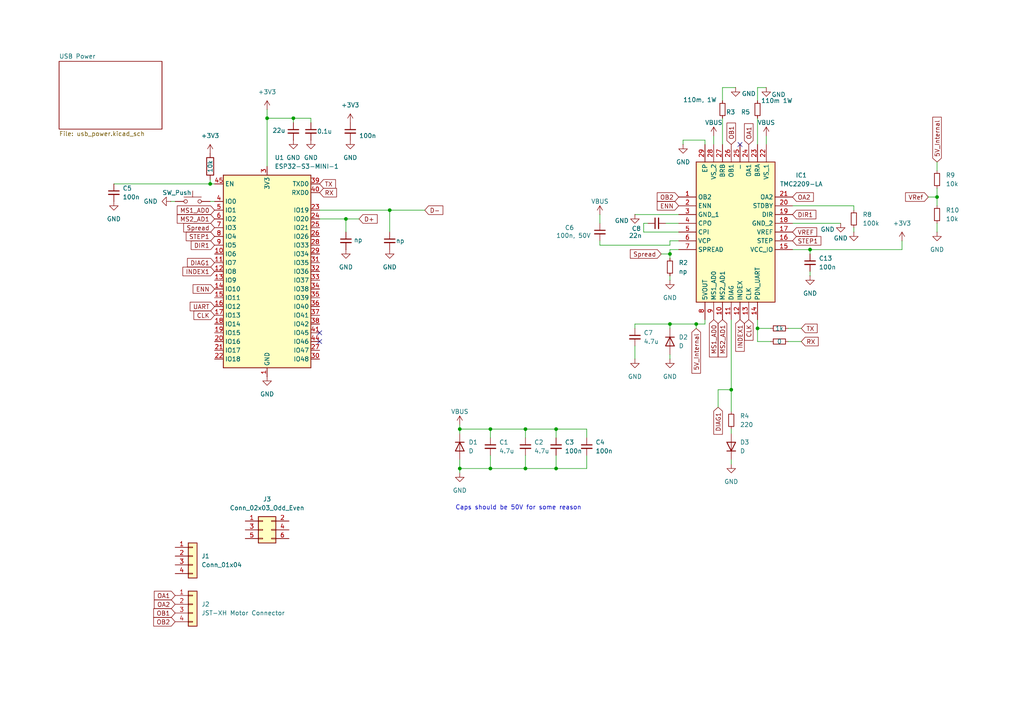
<source format=kicad_sch>
(kicad_sch (version 20231120) (generator "eeschema") (generator_version "8.0")
  (paper "A4")
  (lib_symbols
    (symbol "Connector_Generic:Conn_01x04" (pin_names (offset 1.016) hide)
      (property "Reference" "J" (at 0 5.08 0))
      (property "Value" "Conn_01x04" (at 0 -7.62 0))
      (symbol "Conn_01x04_1_1"
        (rectangle (start -1.27 -4.953) (end 0 -5.207) (stroke (width 0.1524)))
        (rectangle (start -1.27 -2.413) (end 0 -2.667) (stroke (width 0.1524)))
        (rectangle (start -1.27 0.127) (end 0 -0.127) (stroke (width 0.1524)))
        (rectangle (start -1.27 2.667) (end 0 2.413) (stroke (width 0.1524)))
        (rectangle (start -1.27 3.81) (end 1.27 -6.35) (stroke (width 0.254)) (fill (type background)))
        (pin passive line (at -5.08 2.54 0) (length 3.81) (name "Pin_1") (number "1"))
        (pin passive line (at -5.08 0 0) (length 3.81) (name "Pin_2") (number "2"))
        (pin passive line (at -5.08 -2.54 0) (length 3.81) (name "Pin_3") (number "3"))
        (pin passive line (at -5.08 -5.08 0) (length 3.81) (name "Pin_4") (number "4"))
      )
    )
    (symbol "Connector_Generic:Conn_02x03_Odd_Even" (pin_names (offset 1.016) hide)
      (property "Reference" "J" (at 1.27 5.08 0))
      (property "Value" "Conn_02x03_Odd_Even" (at 1.27 -5.08 0))
      (symbol "Conn_02x03_Odd_Even_1_1"
        (rectangle (start -1.27 -2.413) (end 0 -2.667) (stroke (width 0.1524)))
        (rectangle (start -1.27 0.127) (end 0 -0.127) (stroke (width 0.1524)))
        (rectangle (start -1.27 2.667) (end 0 2.413) (stroke (width 0.1524)))
        (rectangle (start -1.27 3.81) (end 3.81 -3.81) (stroke (width 0.254)) (fill (type background)))
        (rectangle (start 3.81 -2.413) (end 2.54 -2.667) (stroke (width 0.1524)))
        (rectangle (start 3.81 0.127) (end 2.54 -0.127) (stroke (width 0.1524)))
        (rectangle (start 3.81 2.667) (end 2.54 2.413) (stroke (width 0.1524)))
        (pin passive line (at -5.08 2.54 0) (length 3.81) (name "Pin_1") (number "1"))
        (pin passive line (at 7.62 2.54 180) (length 3.81) (name "Pin_2") (number "2"))
        (pin passive line (at -5.08 0 0) (length 3.81) (name "Pin_3") (number "3"))
        (pin passive line (at 7.62 0 180) (length 3.81) (name "Pin_4") (number "4"))
        (pin passive line (at -5.08 -2.54 0) (length 3.81) (name "Pin_5") (number "5"))
        (pin passive line (at 7.62 -2.54 180) (length 3.81) (name "Pin_6") (number "6"))
      )
    )
    (symbol "Device:C_Small" (pin_numbers hide) (pin_names (offset 0.254) hide)
      (property "Reference" "C" (at 0.254 1.778 0))
      (property "Value" "C_Small" (at 0.254 -2.032 0))
      (symbol "C_Small_0_1"
        (polyline (pts (xy -1.524 -0.508) (xy 1.524 -0.508)) (stroke (width 0.3302)))
        (polyline (pts (xy -1.524 0.508) (xy 1.524 0.508)) (stroke (width 0.3048)))
      )
      (symbol "C_Small_1_1"
        (pin passive line (at 0 2.54 270) (length 2.032) (name "~") (number "1"))
        (pin passive line (at 0 -2.54 90) (length 2.032) (name "~") (number "2"))
      )
    )
    (symbol "Device:D" (pin_numbers hide) (pin_names (offset 1.016) hide)
      (property "Reference" "D" (at 0 2.54 0))
      (property "Value" "D" (at 0 -2.54 0))
      (symbol "D_0_1"
        (polyline (pts (xy -1.27 1.27) (xy -1.27 -1.27)) (stroke (width 0.254)))
        (polyline (pts (xy 1.27 0) (xy -1.27 0)))
        (polyline (pts (xy 1.27 1.27) (xy 1.27 -1.27) (xy -1.27 0) (xy 1.27 1.27)) (stroke (width 0.254)))
      )
      (symbol "D_1_1"
        (pin passive line (at -3.81 0 0) (length 2.54) (name "K") (number "1"))
        (pin passive line (at 3.81 0 180) (length 2.54) (name "A") (number "2"))
      )
    )
    (symbol "Device:R" (pin_numbers hide) (pin_names (offset 0))
      (property "Reference" "R" (at 2.032 0 90))
      (property "Value" "R" (at 0 0 90))
      (symbol "R_0_1"
        (rectangle (start -1.016 -2.54) (end 1.016 2.54) (stroke (width 0.254)))
      )
      (symbol "R_1_1"
        (pin passive line (at 0 3.81 270) (length 1.27) (name "~") (number "1"))
        (pin passive line (at 0 -3.81 90) (length 1.27) (name "~") (number "2"))
      )
    )
    (symbol "Device:R_Small" (pin_numbers hide) (pin_names (offset 0.254) hide)
      (property "Reference" "R" (at 0.762 0.508 0))
      (property "Value" "R_Small" (at 0.762 -1.016 0))
      (symbol "R_Small_0_1"
        (rectangle (start -0.762 1.778) (end 0.762 -1.778) (stroke (width 0.2032)))
      )
      (symbol "R_Small_1_1"
        (pin passive line (at 0 2.54 270) (length 0.762) (name "~") (number "1"))
        (pin passive line (at 0 -2.54 90) (length 0.762) (name "~") (number "2"))
      )
    )
    (symbol "RF_Module:ESP32-S3-MINI-1"
      (property "Reference" "U" (at -11.43 29.21 0))
      (property "Value" "ESP32-S3-MINI-1" (at 12.7 29.21 0))
      (symbol "ESP32-S3-MINI-1_0_1"
        (rectangle (start -12.7 27.94) (end 12.7 -27.94) (stroke (width 0.254)) (fill (type background)))
      )
      (symbol "ESP32-S3-MINI-1_1_1"
        (pin power_in line (at 0 -30.48 90) (length 2.54) (name "GND") (number "1"))
        (pin bidirectional line (at -15.24 5.08 0) (length 2.54) (name "IO6") (number "10"))
        (pin bidirectional line (at -15.24 2.54 0) (length 2.54) (name "IO7") (number "11"))
        (pin bidirectional line (at -15.24 0 0) (length 2.54) (name "IO8") (number "12"))
        (pin bidirectional line (at -15.24 -2.54 0) (length 2.54) (name "IO9") (number "13"))
        (pin bidirectional line (at -15.24 -5.08 0) (length 2.54) (name "IO10") (number "14"))
        (pin bidirectional line (at -15.24 -7.62 0) (length 2.54) (name "IO11") (number "15"))
        (pin bidirectional line (at -15.24 -10.16 0) (length 2.54) (name "IO12") (number "16"))
        (pin bidirectional line (at -15.24 -12.7 0) (length 2.54) (name "IO13") (number "17"))
        (pin bidirectional line (at -15.24 -15.24 0) (length 2.54) (name "IO14") (number "18"))
        (pin bidirectional line (at -15.24 -17.78 0) (length 2.54) (name "IO15") (number "19"))
        (pin passive line (at 0 -30.48 90) (length 2.54) hide (name "GND") (number "2"))
        (pin bidirectional line (at -15.24 -20.32 0) (length 2.54) (name "IO16") (number "20"))
        (pin bidirectional line (at -15.24 -22.86 0) (length 2.54) (name "IO17") (number "21"))
        (pin bidirectional line (at -15.24 -25.4 0) (length 2.54) (name "IO18") (number "22"))
        (pin bidirectional line (at 15.24 17.78 180) (length 2.54) (name "IO19") (number "23"))
        (pin bidirectional line (at 15.24 15.24 180) (length 2.54) (name "IO20") (number "24"))
        (pin bidirectional line (at 15.24 12.7 180) (length 2.54) (name "IO21") (number "25"))
        (pin bidirectional line (at 15.24 10.16 180) (length 2.54) (name "IO26") (number "26"))
        (pin bidirectional line (at 15.24 -22.86 180) (length 2.54) (name "IO47") (number "27"))
        (pin bidirectional line (at 15.24 7.62 180) (length 2.54) (name "IO33") (number "28"))
        (pin bidirectional line (at 15.24 5.08 180) (length 2.54) (name "IO34") (number "29"))
        (pin power_in line (at 0 30.48 270) (length 2.54) (name "3V3") (number "3"))
        (pin bidirectional line (at 15.24 -25.4 180) (length 2.54) (name "IO48") (number "30"))
        (pin bidirectional line (at 15.24 2.54 180) (length 2.54) (name "IO35") (number "31"))
        (pin bidirectional line (at 15.24 0 180) (length 2.54) (name "IO36") (number "32"))
        (pin bidirectional line (at 15.24 -2.54 180) (length 2.54) (name "IO37") (number "33"))
        (pin bidirectional line (at 15.24 -5.08 180) (length 2.54) (name "IO38") (number "34"))
        (pin bidirectional line (at 15.24 -7.62 180) (length 2.54) (name "IO39") (number "35"))
        (pin bidirectional line (at 15.24 -10.16 180) (length 2.54) (name "IO40") (number "36"))
        (pin bidirectional line (at 15.24 -12.7 180) (length 2.54) (name "IO41") (number "37"))
        (pin bidirectional line (at 15.24 -15.24 180) (length 2.54) (name "IO42") (number "38"))
        (pin bidirectional line (at 15.24 25.4 180) (length 2.54) (name "TXD0") (number "39"))
        (pin bidirectional line (at -15.24 20.32 0) (length 2.54) (name "IO0") (number "4"))
        (pin bidirectional line (at 15.24 22.86 180) (length 2.54) (name "RXD0") (number "40"))
        (pin bidirectional line (at 15.24 -17.78 180) (length 2.54) (name "IO45") (number "41"))
        (pin passive line (at 0 -30.48 90) (length 2.54) hide (name "GND") (number "42"))
        (pin passive line (at 0 -30.48 90) (length 2.54) hide (name "GND") (number "43"))
        (pin bidirectional line (at 15.24 -20.32 180) (length 2.54) (name "IO46") (number "44"))
        (pin input line (at -15.24 25.4 0) (length 2.54) (name "EN") (number "45"))
        (pin passive line (at 0 -30.48 90) (length 2.54) hide (name "GND") (number "46"))
        (pin passive line (at 0 -30.48 90) (length 2.54) hide (name "GND") (number "47"))
        (pin passive line (at 0 -30.48 90) (length 2.54) hide (name "GND") (number "48"))
        (pin passive line (at 0 -30.48 90) (length 2.54) hide (name "GND") (number "49"))
        (pin bidirectional line (at -15.24 17.78 0) (length 2.54) (name "IO1") (number "5"))
        (pin passive line (at 0 -30.48 90) (length 2.54) hide (name "GND") (number "50"))
        (pin passive line (at 0 -30.48 90) (length 2.54) hide (name "GND") (number "51"))
        (pin passive line (at 0 -30.48 90) (length 2.54) hide (name "GND") (number "52"))
        (pin passive line (at 0 -30.48 90) (length 2.54) hide (name "GND") (number "53"))
        (pin passive line (at 0 -30.48 90) (length 2.54) hide (name "GND") (number "54"))
        (pin passive line (at 0 -30.48 90) (length 2.54) hide (name "GND") (number "55"))
        (pin passive line (at 0 -30.48 90) (length 2.54) hide (name "GND") (number "56"))
        (pin passive line (at 0 -30.48 90) (length 2.54) hide (name "GND") (number "57"))
        (pin passive line (at 0 -30.48 90) (length 2.54) hide (name "GND") (number "58"))
        (pin passive line (at 0 -30.48 90) (length 2.54) hide (name "GND") (number "59"))
        (pin bidirectional line (at -15.24 15.24 0) (length 2.54) (name "IO2") (number "6"))
        (pin passive line (at 0 -30.48 90) (length 2.54) hide (name "GND") (number "60"))
        (pin passive line (at 0 -30.48 90) (length 2.54) hide (name "GND") (number "61"))
        (pin passive line (at 0 -30.48 90) (length 2.54) hide (name "GND") (number "62"))
        (pin passive line (at 0 -30.48 90) (length 2.54) hide (name "GND") (number "63"))
        (pin passive line (at 0 -30.48 90) (length 2.54) hide (name "GND") (number "64"))
        (pin passive line (at 0 -30.48 90) (length 2.54) hide (name "GND") (number "65"))
        (pin bidirectional line (at -15.24 12.7 0) (length 2.54) (name "IO3") (number "7"))
        (pin bidirectional line (at -15.24 10.16 0) (length 2.54) (name "IO4") (number "8"))
        (pin bidirectional line (at -15.24 7.62 0) (length 2.54) (name "IO5") (number "9"))
      )
    )
    (symbol "Switch:SW_Push" (pin_numbers hide) (pin_names (offset 1.016) hide)
      (property "Reference" "SW" (at 1.27 2.54 0))
      (property "Value" "SW_Push" (at 0 -1.524 0))
      (symbol "SW_Push_0_1"
        (circle (center -2.032 0) (radius 0.508))
        (polyline (pts (xy 0 1.27) (xy 0 3.048)))
        (polyline (pts (xy 2.54 1.27) (xy -2.54 1.27)))
        (circle (center 2.032 0) (radius 0.508))
        (pin passive line (at -5.08 0 0) (length 2.54) (name "1") (number "1"))
        (pin passive line (at 5.08 0 180) (length 2.54) (name "2") (number "2"))
      )
    )
    (symbol "TMC2209-LA:TMC2209-LA"
      (property "Reference" "IC" (at 29.21 15.24 0))
      (property "Value" "TMC2209-LA" (at 29.21 12.7 0))
      (symbol "TMC2209-LA_1_1"
        (rectangle (start 5.08 10.16) (end 27.94 -30.48) (stroke (width 0.254)) (fill (type background)))
        (pin passive line (at 0 0 0) (length 5.08) (name "OB2") (number "1"))
        (pin passive line (at 12.7 -35.56 90) (length 5.08) (name "MS2_AD1") (number "10"))
        (pin passive line (at 15.24 -35.56 90) (length 5.08) (name "DIAG") (number "11"))
        (pin passive line (at 17.78 -35.56 90) (length 5.08) (name "INDEX") (number "12"))
        (pin passive line (at 20.32 -35.56 90) (length 5.08) (name "CLK") (number "13"))
        (pin passive line (at 22.86 -35.56 90) (length 5.08) (name "PDN_UART") (number "14"))
        (pin passive line (at 33.02 -15.24 180) (length 5.08) (name "VCC_IO") (number "15"))
        (pin passive line (at 33.02 -12.7 180) (length 5.08) (name "STEP") (number "16"))
        (pin passive line (at 33.02 -10.16 180) (length 5.08) (name "VREF") (number "17"))
        (pin passive line (at 33.02 -7.62 180) (length 5.08) (name "GND_2") (number "18"))
        (pin passive line (at 33.02 -5.08 180) (length 5.08) (name "DIR") (number "19"))
        (pin passive line (at 0 -2.54 0) (length 5.08) (name "ENN") (number "2"))
        (pin passive line (at 33.02 -2.54 180) (length 5.08) (name "STDBY") (number "20"))
        (pin passive line (at 33.02 0 180) (length 5.08) (name "OA2") (number "21"))
        (pin passive line (at 25.4 15.24 270) (length 5.08) (name "VS_1") (number "22"))
        (pin passive line (at 22.86 15.24 270) (length 5.08) (name "BRA") (number "23"))
        (pin passive line (at 20.32 15.24 270) (length 5.08) (name "OA1") (number "24"))
        (pin passive line (at 17.78 15.24 270) (length 5.08) (name "-") (number "25"))
        (pin passive line (at 15.24 15.24 270) (length 5.08) (name "OB1") (number "26"))
        (pin passive line (at 12.7 15.24 270) (length 5.08) (name "BRB") (number "27"))
        (pin passive line (at 10.16 15.24 270) (length 5.08) (name "VS_2") (number "28"))
        (pin passive line (at 7.62 15.24 270) (length 5.08) (name "EP") (number "29"))
        (pin passive line (at 0 -5.08 0) (length 5.08) (name "GND_1") (number "3"))
        (pin passive line (at 0 -7.62 0) (length 5.08) (name "CPO") (number "4"))
        (pin passive line (at 0 -10.16 0) (length 5.08) (name "CPI") (number "5"))
        (pin passive line (at 0 -12.7 0) (length 5.08) (name "VCP") (number "6"))
        (pin passive line (at 0 -15.24 0) (length 5.08) (name "SPREAD") (number "7"))
        (pin passive line (at 7.62 -35.56 90) (length 5.08) (name "5VOUT") (number "8"))
        (pin passive line (at 10.16 -35.56 90) (length 5.08) (name "MS1_AD0") (number "9"))
      )
    )
    (symbol "power:+3V3" (power) (pin_numbers hide) (pin_names (offset 0) hide)
      (property "Value" "+3V3" (at 0 3.556 0))
      (symbol "+3V3_0_1"
        (polyline (pts (xy -0.762 1.27) (xy 0 2.54)))
        (polyline (pts (xy 0 0) (xy 0 2.54)))
        (polyline (pts (xy 0 2.54) (xy 0.762 1.27)))
      )
      (symbol "+3V3_1_1"
        (pin power_in line (at 0 0 90) (length 0) (name "~") (number "1"))
      )
    )
    (symbol "power:GND" (power) (pin_numbers hide) (pin_names (offset 0) hide)
      (property "Value" "GND" (at 0 -3.81 0))
      (symbol "GND_0_1"
        (polyline (pts (xy 0 0) (xy 0 -1.27) (xy 1.27 -1.27) (xy 0 -2.54) (xy -1.27 -1.27) (xy 0 -1.27)))
      )
      (symbol "GND_1_1"
        (pin power_in line (at 0 0 270) (length 0) (name "~") (number "1"))
      )
    )
    (symbol "power:VBUS" (power) (pin_numbers hide) (pin_names (offset 0) hide)
      (property "Value" "VBUS" (at 0 3.556 0))
      (symbol "VBUS_0_1"
        (polyline (pts (xy -0.762 1.27) (xy 0 2.54)))
        (polyline (pts (xy 0 0) (xy 0 2.54)))
        (polyline (pts (xy 0 2.54) (xy 0.762 1.27)))
      )
      (symbol "VBUS_1_1"
        (pin power_in line (at 0 0 90) (length 0) (name "~") (number "1"))
      )
    )
  )
  (junction (at 85.09 34.29))
  (junction (at 133.35 135.89))
  (junction (at 271.78 57.15))
  (junction (at 142.24 135.89))
  (junction (at 212.09 113.03))
  (junction (at 152.4 124.46))
  (junction (at 219.71 95.25))
  (junction (at 142.24 124.46))
  (junction (at 161.29 124.46))
  (junction (at 201.93 93.98))
  (junction (at 161.29 135.89))
  (junction (at 234.95 72.39))
  (junction (at 152.4 135.89))
  (junction (at 60.96 53.34))
  (junction (at 113.03 60.96))
  (junction (at 194.31 93.98))
  (junction (at 194.31 73.66))
  (junction (at 133.35 124.46))
  (junction (at 77.47 34.29))
  (junction (at 100.33 63.5))
  (no_connect (at 214.63 41.91))
  (no_connect (at 92.71 96.52))
  (no_connect (at 92.71 99.06))
  (wire (pts (xy 49.53 58.42) (xy 50.8 58.42)))
  (wire (pts (xy 269.24 57.15) (xy 271.78 57.15)))
  (wire (pts (xy 60.96 58.42) (xy 62.23 58.42)))
  (wire (pts (xy 194.31 73.66) (xy 194.31 74.93)))
  (wire (pts (xy 186.69 64.77) (xy 186.69 67.31)))
  (wire (pts (xy 133.35 135.89) (xy 142.24 135.89)))
  (wire (pts (xy 33.02 53.34) (xy 60.96 53.34)))
  (wire (pts (xy 209.55 29.21) (xy 209.55 25.4)))
  (wire (pts (xy 170.18 132.08) (xy 170.18 135.89)))
  (wire (pts (xy 133.35 123.19) (xy 133.35 124.46)))
  (wire (pts (xy 209.55 34.29) (xy 209.55 41.91)))
  (wire (pts (xy 208.28 113.03) (xy 212.09 113.03)))
  (wire (pts (xy 194.31 93.98) (xy 194.31 95.25)))
  (wire (pts (xy 194.31 72.39) (xy 196.85 72.39)))
  (wire (pts (xy 212.09 124.46) (xy 212.09 125.73)))
  (wire (pts (xy 194.31 69.85) (xy 196.85 69.85)))
  (wire (pts (xy 142.24 135.89) (xy 152.4 135.89)))
  (wire (pts (xy 100.33 63.5) (xy 100.33 67.31)))
  (wire (pts (xy 184.15 93.98) (xy 194.31 93.98)))
  (wire (pts (xy 142.24 124.46) (xy 152.4 124.46)))
  (wire (pts (xy 194.31 93.98) (xy 201.93 93.98)))
  (wire (pts (xy 212.09 133.35) (xy 212.09 134.62)))
  (wire (pts (xy 194.31 80.01) (xy 194.31 81.28)))
  (wire (pts (xy 212.09 113.03) (xy 212.09 119.38)))
  (wire (pts (xy 104.14 63.5) (xy 100.33 63.5)))
  (wire (pts (xy 234.95 72.39) (xy 234.95 73.66)))
  (wire (pts (xy 85.09 35.56) (xy 85.09 34.29)))
  (wire (pts (xy 219.71 29.21) (xy 219.71 25.4)))
  (wire (pts (xy 209.55 25.4) (xy 213.36 25.4)))
  (wire (pts (xy 229.87 64.77) (xy 243.84 64.77)))
  (wire (pts (xy 152.4 132.08) (xy 152.4 135.89)))
  (wire (pts (xy 85.09 34.29) (xy 90.17 34.29)))
  (wire (pts (xy 207.01 39.37) (xy 207.01 41.91)))
  (wire (pts (xy 219.71 99.06) (xy 223.52 99.06)))
  (wire (pts (xy 219.71 95.25) (xy 223.52 95.25)))
  (wire (pts (xy 142.24 132.08) (xy 142.24 135.89)))
  (wire (pts (xy 186.69 67.31) (xy 196.85 67.31)))
  (wire (pts (xy 77.47 31.75) (xy 77.47 34.29)))
  (wire (pts (xy 123.19 60.96) (xy 113.03 60.96)))
  (wire (pts (xy 247.65 59.69) (xy 229.87 59.69)))
  (wire (pts (xy 170.18 127) (xy 170.18 124.46)))
  (wire (pts (xy 133.35 133.35) (xy 133.35 135.89)))
  (wire (pts (xy 271.78 46.99) (xy 271.78 49.53)))
  (wire (pts (xy 194.31 102.87) (xy 194.31 104.14)))
  (wire (pts (xy 193.04 64.77) (xy 196.85 64.77)))
  (wire (pts (xy 62.23 53.34) (xy 60.96 53.34)))
  (wire (pts (xy 161.29 127) (xy 161.29 124.46)))
  (wire (pts (xy 212.09 92.71) (xy 212.09 113.03)))
  (wire (pts (xy 194.31 71.12) (xy 194.31 69.85)))
  (wire (pts (xy 184.15 95.25) (xy 184.15 93.98)))
  (wire (pts (xy 133.35 135.89) (xy 133.35 137.16)))
  (wire (pts (xy 261.62 72.39) (xy 261.62 69.85)))
  (wire (pts (xy 113.03 60.96) (xy 92.71 60.96)))
  (wire (pts (xy 90.17 34.29) (xy 90.17 35.56)))
  (wire (pts (xy 173.99 62.23) (xy 173.99 64.77)))
  (wire (pts (xy 271.78 57.15) (xy 271.78 59.69)))
  (wire (pts (xy 204.47 40.64) (xy 198.12 40.64)))
  (wire (pts (xy 219.71 95.25) (xy 219.71 99.06)))
  (wire (pts (xy 100.33 63.5) (xy 92.71 63.5)))
  (wire (pts (xy 229.87 72.39) (xy 234.95 72.39)))
  (wire (pts (xy 133.35 124.46) (xy 133.35 125.73)))
  (wire (pts (xy 191.77 73.66) (xy 194.31 73.66)))
  (wire (pts (xy 247.65 66.04) (xy 247.65 67.31)))
  (wire (pts (xy 113.03 60.96) (xy 113.03 67.31)))
  (wire (pts (xy 222.25 39.37) (xy 222.25 41.91)))
  (wire (pts (xy 204.47 93.98) (xy 204.47 92.71)))
  (wire (pts (xy 271.78 54.61) (xy 271.78 57.15)))
  (wire (pts (xy 234.95 72.39) (xy 261.62 72.39)))
  (wire (pts (xy 152.4 124.46) (xy 161.29 124.46)))
  (wire (pts (xy 219.71 25.4) (xy 222.25 25.4)))
  (wire (pts (xy 133.35 124.46) (xy 142.24 124.46)))
  (wire (pts (xy 208.28 118.11) (xy 208.28 113.03)))
  (wire (pts (xy 271.78 64.77) (xy 271.78 67.31)))
  (wire (pts (xy 201.93 93.98) (xy 204.47 93.98)))
  (wire (pts (xy 187.96 64.77) (xy 186.69 64.77)))
  (wire (pts (xy 173.99 71.12) (xy 194.31 71.12)))
  (wire (pts (xy 198.12 40.64) (xy 198.12 41.91)))
  (wire (pts (xy 152.4 127) (xy 152.4 124.46)))
  (wire (pts (xy 77.47 34.29) (xy 85.09 34.29)))
  (wire (pts (xy 228.6 99.06) (xy 232.41 99.06)))
  (wire (pts (xy 152.4 135.89) (xy 161.29 135.89)))
  (wire (pts (xy 184.15 100.33) (xy 184.15 104.14)))
  (wire (pts (xy 228.6 95.25) (xy 232.41 95.25)))
  (wire (pts (xy 142.24 127) (xy 142.24 124.46)))
  (wire (pts (xy 170.18 135.89) (xy 161.29 135.89)))
  (wire (pts (xy 77.47 34.29) (xy 77.47 48.26)))
  (wire (pts (xy 161.29 132.08) (xy 161.29 135.89)))
  (wire (pts (xy 234.95 78.74) (xy 234.95 80.01)))
  (wire (pts (xy 201.93 93.98) (xy 201.93 95.25)))
  (wire (pts (xy 219.71 92.71) (xy 219.71 95.25)))
  (wire (pts (xy 247.65 60.96) (xy 247.65 59.69)))
  (wire (pts (xy 60.96 53.34) (xy 60.96 52.07)))
  (wire (pts (xy 173.99 69.85) (xy 173.99 71.12)))
  (wire (pts (xy 184.15 62.23) (xy 196.85 62.23)))
  (wire (pts (xy 204.47 41.91) (xy 204.47 40.64)))
  (wire (pts (xy 170.18 124.46) (xy 161.29 124.46)))
  (wire (pts (xy 194.31 73.66) (xy 194.31 72.39)))
  (wire (pts (xy 219.71 34.29) (xy 219.71 41.91)))
  (text "Caps should be 50V for some reason\n" (at 150.368 147.32 0) (effects (font (size 1.27 1.27))))
  (global_label "VRef" (shape input) (at 269.24 57.15 180) (property "Intersheetrefs" "${INTERSHEET_REFS}" (effects (hide yes))))
  (global_label "INDEX1" (shape input) (at 214.63 92.71 270) (property "Intersheetrefs" "${INTERSHEET_REFS}" (effects (hide yes))))
  (global_label "OB2" (shape input) (at 50.8 180.34 180) (property "Intersheetrefs" "${INTERSHEET_REFS}" (effects (hide yes))))
  (global_label "RX" (shape input) (at 92.71 55.88 0) (property "Intersheetrefs" "${INTERSHEET_REFS}" (effects (hide yes))))
  (global_label "5V_Internal" (shape input) (at 201.93 95.25 270) (property "Intersheetrefs" "${INTERSHEET_REFS}" (effects (hide yes))))
  (global_label "Spread" (shape input) (at 62.23 66.04 180) (property "Intersheetrefs" "${INTERSHEET_REFS}" (effects (hide yes))))
  (global_label "UART" (shape input) (at 62.23 88.9 180) (property "Intersheetrefs" "${INTERSHEET_REFS}" (effects (hide yes))))
  (global_label "TX" (shape input) (at 92.71 53.34 0) (property "Intersheetrefs" "${INTERSHEET_REFS}" (effects (hide yes))))
  (global_label "STEP1" (shape input) (at 229.87 69.85 0) (property "Intersheetrefs" "${INTERSHEET_REFS}" (effects (hide yes))))
  (global_label "ENN" (shape input) (at 62.23 83.82 180) (property "Intersheetrefs" "${INTERSHEET_REFS}" (effects (hide yes))))
  (global_label "OA1" (shape input) (at 217.17 41.91 90) (property "Intersheetrefs" "${INTERSHEET_REFS}" (effects (hide yes))))
  (global_label "CLK" (shape input) (at 217.17 92.71 270) (property "Intersheetrefs" "${INTERSHEET_REFS}" (effects (hide yes))))
  (global_label "CLK" (shape input) (at 62.23 91.44 180) (property "Intersheetrefs" "${INTERSHEET_REFS}" (effects (hide yes))))
  (global_label "OA1" (shape input) (at 50.8 172.72 180) (property "Intersheetrefs" "${INTERSHEET_REFS}" (effects (hide yes))))
  (global_label "DIR1" (shape input) (at 229.87 62.23 0) (property "Intersheetrefs" "${INTERSHEET_REFS}" (effects (hide yes))))
  (global_label "MS1_AD0" (shape input) (at 62.23 60.96 180) (property "Intersheetrefs" "${INTERSHEET_REFS}" (effects (hide yes))))
  (global_label "5V_Internal" (shape input) (at 271.78 46.99 90) (property "Intersheetrefs" "${INTERSHEET_REFS}" (effects (hide yes))))
  (global_label "DIAG1" (shape input) (at 208.28 118.11 270) (property "Intersheetrefs" "${INTERSHEET_REFS}" (effects (hide yes))))
  (global_label "MS1_AD0" (shape input) (at 207.01 92.71 270) (property "Intersheetrefs" "${INTERSHEET_REFS}" (effects (hide yes))))
  (global_label "RX" (shape input) (at 232.41 99.06 0) (property "Intersheetrefs" "${INTERSHEET_REFS}" (effects (hide yes))))
  (global_label "OB1" (shape input) (at 212.09 41.91 90) (property "Intersheetrefs" "${INTERSHEET_REFS}" (effects (hide yes))))
  (global_label "DIR1" (shape input) (at 62.23 71.12 180) (property "Intersheetrefs" "${INTERSHEET_REFS}" (effects (hide yes))))
  (global_label "OB2" (shape input) (at 196.85 57.15 180) (property "Intersheetrefs" "${INTERSHEET_REFS}" (effects (hide yes))))
  (global_label "TX" (shape input) (at 232.41 95.25 0) (property "Intersheetrefs" "${INTERSHEET_REFS}" (effects (hide yes))))
  (global_label "Spread" (shape input) (at 191.77 73.66 180) (property "Intersheetrefs" "${INTERSHEET_REFS}" (effects (hide yes))))
  (global_label "D-" (shape input) (at 123.19 60.96 0) (property "Intersheetrefs" "${INTERSHEET_REFS}" (effects (hide yes))))
  (global_label "DIAG1" (shape input) (at 62.23 76.2 180) (property "Intersheetrefs" "${INTERSHEET_REFS}" (effects (hide yes))))
  (global_label "VREF" (shape input) (at 229.87 67.31 0) (property "Intersheetrefs" "${INTERSHEET_REFS}" (effects (hide yes))))
  (global_label "STEP1" (shape input) (at 62.23 68.58 180) (property "Intersheetrefs" "${INTERSHEET_REFS}" (effects (hide yes))))
  (global_label "OA2" (shape input) (at 229.87 57.15 0) (property "Intersheetrefs" "${INTERSHEET_REFS}" (effects (hide yes))))
  (global_label "ENN" (shape input) (at 196.85 59.69 180) (property "Intersheetrefs" "${INTERSHEET_REFS}" (effects (hide yes))))
  (global_label "OA2" (shape input) (at 50.8 175.26 180) (property "Intersheetrefs" "${INTERSHEET_REFS}" (effects (hide yes))))
  (global_label "D+" (shape input) (at 104.14 63.5 0) (property "Intersheetrefs" "${INTERSHEET_REFS}" (effects (hide yes))))
  (global_label "INDEX1" (shape input) (at 62.23 78.74 180) (property "Intersheetrefs" "${INTERSHEET_REFS}" (effects (hide yes))))
  (global_label "OB1" (shape input) (at 50.8 177.8 180) (property "Intersheetrefs" "${INTERSHEET_REFS}" (effects (hide yes))))
  (global_label "MS2_AD1" (shape input) (at 209.55 92.71 270) (property "Intersheetrefs" "${INTERSHEET_REFS}" (effects (hide yes))))
  (global_label "MS2_AD1" (shape input) (at 62.23 63.5 180) (property "Intersheetrefs" "${INTERSHEET_REFS}" (effects (hide yes))))
  (symbol (lib_id "power:GND") (at 198.12 41.91 0) (unit 1)
    (property "Reference" "#PWR011" (effects (hide yes)))
    (property "Value" "GND" (at 198.12 46.99 0))
    (property "Description" "Power symbol creates a global label with name \"GND\" , ground" (effects (hide yes)))
  )
  (symbol (lib_id "Device:R_Small") (at 219.71 31.75 0) (unit 1)
    (property "Reference" "R5" (at 214.884 32.512 0) (effects (justify left)))
    (property "Value" "110m 1W" (at 220.726 29.21 0) (effects (justify left)))
    (property "Description" "Resistor, small symbol" (effects (hide yes)))
  )
  (symbol (lib_id "Device:R_Small") (at 226.06 95.25 90) (unit 1)
    (property "Reference" "R6" (effects (hide yes)))
    (property "Value" "1k" (at 226.06 95.25 90))
    (property "Description" "Resistor, small symbol" (effects (hide yes)))
  )
  (symbol (lib_id "Device:R_Small") (at 271.78 52.07 0) (unit 1)
    (property "Reference" "R9" (at 274.32 50.7999 0) (effects (justify left)))
    (property "Value" "10k" (at 274.32 53.3399 0) (effects (justify left)))
    (property "Description" "Resistor, small symbol" (effects (hide yes)))
  )
  (symbol (lib_id "Device:C_Small") (at 170.18 129.54 0) (unit 1)
    (property "Reference" "C4" (at 172.72 128.2762 0) (effects (justify left)))
    (property "Value" "100n" (at 172.72 130.8162 0) (effects (justify left)))
    (property "Description" "Unpolarized capacitor, small symbol" (effects (hide yes)))
  )
  (symbol (lib_id "Device:C_Small") (at 90.17 38.1 0) (unit 1)
    (property "Reference" "C10" (effects (hide yes)))
    (property "Value" "0.1u" (at 91.948 38.1 0) (effects (justify left)))
    (property "Footprint" "Capacitor_SMD:C_0603_1608Metric" (effects (hide yes)))
    (property "Description" "Unpolarized capacitor, small symbol" (effects (hide yes)))
  )
  (symbol (lib_id "Device:R") (at 60.96 48.26 180) (unit 1)
    (property "Reference" "R1" (effects (hide yes)))
    (property "Value" "10k" (at 60.96 48.26 90))
    (property "Footprint" "Resistor_SMD:R_0402_1005Metric" (effects (hide yes)))
    (property "Description" "Resistor" (effects (hide yes)))
  )
  (symbol (lib_id "Device:C_Small") (at 100.33 69.85 0) (unit 1)
    (property "Reference" "C11" (effects (hide yes)))
    (property "Value" "np" (at 102.616 69.596 0) (effects (justify left)))
    (property "Footprint" "Capacitor_SMD:C_0603_1608Metric" (effects (hide yes)))
    (property "Description" "Unpolarized capacitor, small symbol" (effects (hide yes)))
  )
  (symbol (lib_id "Device:C_Small") (at 85.09 38.1 0) (unit 1)
    (property "Reference" "C9" (effects (hide yes)))
    (property "Value" "22u" (at 78.994 37.846 0) (effects (justify left)))
    (property "Footprint" "Capacitor_SMD:C_0603_1608Metric" (effects (hide yes)))
    (property "Description" "Unpolarized capacitor, small symbol" (effects (hide yes)))
  )
  (symbol (lib_id "Device:C_Small") (at 173.99 67.31 0) (unit 1)
    (property "Reference" "C6" (at 163.83 66.04 0) (effects (justify left)))
    (property "Value" "100n, 50V" (at 161.29 68.326 0) (effects (justify left)))
    (property "Description" "Unpolarized capacitor, small symbol" (effects (hide yes)))
  )
  (symbol (lib_id "power:GND") (at 101.6 40.64 0) (unit 1)
    (property "Reference" "#PWR023" (effects (hide yes)))
    (property "Value" "GND" (at 101.6 45.72 0))
    (property "Description" "Power symbol creates a global label with name \"GND\" , ground" (effects (hide yes)))
  )
  (symbol (lib_id "power:GND") (at 33.02 58.42 0) (unit 1)
    (property "Reference" "#PWR03" (effects (hide yes)))
    (property "Value" "GND" (at 33.02 63.5 0))
    (property "Description" "Power symbol creates a global label with name \"GND\" , ground" (effects (hide yes)))
  )
  (symbol (lib_id "Device:R_Small") (at 194.31 77.47 0) (unit 1)
    (property "Reference" "R2" (at 196.85 76.1999 0) (effects (justify left)))
    (property "Value" "np" (at 196.85 78.7399 0) (effects (justify left)))
    (property "Description" "Resistor, small symbol" (effects (hide yes)))
  )
  (symbol (lib_id "Device:R_Small") (at 212.09 121.92 0) (unit 1)
    (property "Reference" "R4" (at 214.63 120.6499 0) (effects (justify left)))
    (property "Value" "220" (at 214.63 123.1899 0) (effects (justify left)))
    (property "Description" "Resistor, small symbol" (effects (hide yes)))
  )
  (symbol (lib_id "Device:D") (at 133.35 129.54 270) (unit 1)
    (property "Reference" "D1" (at 135.89 128.2699 90) (effects (justify left)))
    (property "Value" "D" (at 135.89 130.8099 90) (effects (justify left)))
    (property "Description" "Diode" (effects (hide yes)))
    (property "Sim.Device" "D" (effects (hide yes)))
    (property "Sim.Pins" "1=K 2=A" (effects (hide yes)))
  )
  (symbol (lib_id "Device:C_Small") (at 184.15 97.79 0) (unit 1)
    (property "Reference" "C7" (at 186.69 96.5262 0) (effects (justify left)))
    (property "Value" "4.7u" (at 186.69 99.0662 0) (effects (justify left)))
    (property "Description" "Unpolarized capacitor, small symbol" (effects (hide yes)))
  )
  (symbol (lib_id "Device:C_Small") (at 234.95 76.2 0) (unit 1)
    (property "Reference" "C13" (at 237.49 74.9362 0) (effects (justify left)))
    (property "Value" "100n" (at 237.49 77.4762 0) (effects (justify left)))
    (property "Description" "Unpolarized capacitor, small symbol" (effects (hide yes)))
  )
  (symbol (lib_id "Device:C_Small") (at 152.4 129.54 0) (unit 1)
    (property "Reference" "C2" (at 154.94 128.2762 0) (effects (justify left)))
    (property "Value" "4.7u" (at 154.94 130.8162 0) (effects (justify left)))
    (property "Footprint" "Capacitor_SMD:C_1206_3216Metric" (effects (hide yes)))
    (property "Description" "Unpolarized capacitor, small symbol" (effects (hide yes)))
    (property "LCSC" "C29823" (effects (hide yes)))
  )
  (symbol (lib_id "Device:R_Small") (at 271.78 62.23 0) (unit 1)
    (property "Reference" "R10" (at 274.32 60.9599 0) (effects (justify left)))
    (property "Value" "10k" (at 274.32 63.4999 0) (effects (justify left)))
    (property "Description" "Resistor, small symbol" (effects (hide yes)))
  )
  (symbol (lib_id "power:GND") (at 194.31 104.14 0) (unit 1)
    (property "Reference" "#PWR010" (effects (hide yes)))
    (property "Value" "GND" (at 194.31 109.22 0))
    (property "Description" "Power symbol creates a global label with name \"GND\" , ground" (effects (hide yes)))
  )
  (symbol (lib_id "power:GND") (at 113.03 72.39 0) (unit 1)
    (property "Reference" "#PWR026" (effects (hide yes)))
    (property "Value" "GND" (at 113.03 77.47 0))
    (property "Description" "Power symbol creates a global label with name \"GND\" , ground" (effects (hide yes)))
  )
  (symbol (lib_id "Device:R_Small") (at 247.65 63.5 0) (unit 1)
    (property "Reference" "R8" (at 250.19 62.2299 0) (effects (justify left)))
    (property "Value" "100k" (at 250.19 64.7699 0) (effects (justify left)))
    (property "Description" "Resistor, small symbol" (effects (hide yes)))
  )
  (symbol (lib_id "Device:D") (at 194.31 99.06 270) (unit 1)
    (property "Reference" "D2" (at 196.85 97.7899 90) (effects (justify left)))
    (property "Value" "D" (at 196.85 100.3299 90) (effects (justify left)))
    (property "Description" "Diode" (effects (hide yes)))
    (property "Sim.Device" "D" (effects (hide yes)))
    (property "Sim.Pins" "1=K 2=A" (effects (hide yes)))
  )
  (symbol (lib_id "power:GND") (at 184.15 104.14 0) (unit 1)
    (property "Reference" "#PWR07" (effects (hide yes)))
    (property "Value" "GND" (at 184.15 109.22 0))
    (property "Description" "Power symbol creates a global label with name \"GND\" , ground" (effects (hide yes)))
  )
  (symbol (lib_id "power:+3V3") (at 60.96 44.45 0) (unit 1)
    (property "Reference" "#PWR08" (effects (hide yes)))
    (property "Value" "+3V3" (at 60.96 39.37 0))
    (property "Description" "Power symbol creates a global label with name \"+3V3\"" (effects (hide yes)))
  )
  (symbol (lib_id "TMC2209-LA:TMC2209-LA") (at 196.85 57.15 0) (unit 1)
    (property "Reference" "IC1" (at 232.41 50.8314 0))
    (property "Value" "TMC2209-LA" (at 232.41 53.3714 0))
    (property "Footprint" "QFN50P500X500X90-29N" (effects (hide yes)))
    (property "Datasheet" "https://www.analog.com/media/en/technical-documentation/data-sheets/TMC2209_datasheet_rev1.09.pdf" (effects (hide yes)))
    (property "Description" "Silent stepper motor driver 5 to 36V, up to 1.4A with S/D and UART Interface, 256 Steps, SpreadCycle and Stealthchop2" (effects (hide yes)))
    (property "Height" "0.9" (effects (hide yes)))
    (property "Mouser Part Number" "700-TMC2209-LA" (effects (hide yes)))
    (property "Mouser Price/Stock" "https://www.mouser.co.uk/ProductDetail/ADI-Trinamic/TMC2209-LA?qs=TiOZkKH1s2QqRRreEQH08w%3D%3D" (effects (hide yes)))
    (property "Manufacturer_Name" "Analog Devices" (effects (hide yes)))
    (property "Manufacturer_Part_Number" "TMC2209-LA" (effects (hide yes)))
  )
  (symbol (lib_id "power:VBUS") (at 173.99 62.23 0) (unit 1)
    (property "Reference" "#PWR04" (effects (hide yes)))
    (property "Value" "VBUS" (at 173.99 58.42 0))
    (property "Description" "Power symbol creates a global label with name \"VBUS\"" (effects (hide yes)))
  )
  (symbol (lib_id "Device:C_Small") (at 142.24 129.54 0) (unit 1)
    (property "Reference" "C1" (at 144.78 128.2762 0) (effects (justify left)))
    (property "Value" "4.7u" (at 144.78 130.8162 0) (effects (justify left)))
    (property "Footprint" "Capacitor_SMD:C_1206_3216Metric" (effects (hide yes)))
    (property "Datasheet" "https://www.lcsc.com/datasheet/lcsc_datasheet_2304140030_FH--Guangdong-Fenghua-Advanced-Tech-1206B475K500NT_C29823.pdf" (effects (hide yes)))
    (property "Description" "Unpolarized capacitor, small symbol" (effects (hide yes)))
    (property "LCSC" "C29823" (effects (hide yes)))
  )
  (symbol (lib_id "power:GND") (at 90.17 40.64 0) (unit 1)
    (property "Reference" "#PWR020" (effects (hide yes)))
    (property "Value" "GND" (at 90.17 45.72 0))
    (property "Description" "Power symbol creates a global label with name \"GND\" , ground" (effects (hide yes)))
  )
  (symbol (lib_id "Device:C_Small") (at 190.5 64.77 90) (unit 1)
    (property "Reference" "C8" (at 185.928 66.294 90) (effects (justify left)))
    (property "Value" "22n" (at 186.182 68.326 90) (effects (justify left)))
    (property "Description" "Unpolarized capacitor, small symbol" (effects (hide yes)))
  )
  (symbol (lib_id "power:GND") (at 222.25 25.4 0) (unit 1)
    (property "Reference" "#PWR018" (effects (hide yes)))
    (property "Value" "GND" (at 225.806 27.432 0))
    (property "Description" "Power symbol creates a global label with name \"GND\" , ground" (effects (hide yes)))
  )
  (symbol (lib_id "power:GND") (at 184.15 62.23 0) (unit 1)
    (property "Reference" "#PWR06" (effects (hide yes)))
    (property "Value" "GND" (at 180.34 64.008 0))
    (property "Description" "Power symbol creates a global label with name \"GND\" , ground" (effects (hide yes)))
  )
  (symbol (lib_id "Switch:SW_Push") (at 55.88 58.42 0) (unit 1)
    (property "Reference" "SW1" (effects (hide yes)))
    (property "Value" "SW_Push" (at 51.308 55.88 0))
    (property "Description" "Push button switch, generic, two pins" (effects (hide yes)))
  )
  (symbol (lib_id "power:GND") (at 212.09 134.62 0) (unit 1)
    (property "Reference" "#PWR015" (effects (hide yes)))
    (property "Value" "GND" (at 212.09 139.7 0))
    (property "Description" "Power symbol creates a global label with name \"GND\" , ground" (effects (hide yes)))
  )
  (symbol (lib_id "Device:R_Small") (at 209.55 31.75 0) (unit 1)
    (property "Reference" "R3" (at 210.566 32.512 0) (effects (justify left)))
    (property "Value" "110m, 1W" (at 198.12 28.956 0) (effects (justify left)))
    (property "Description" "Resistor, small symbol" (effects (hide yes)))
  )
  (symbol (lib_id "power:GND") (at 77.47 109.22 0) (unit 1)
    (property "Reference" "#PWR014" (effects (hide yes)))
    (property "Value" "GND" (at 77.47 114.3 0))
    (property "Description" "Power symbol creates a global label with name \"GND\" , ground" (effects (hide yes)))
  )
  (symbol (lib_id "power:GND") (at 85.09 40.64 0) (unit 1)
    (property "Reference" "#PWR017" (effects (hide yes)))
    (property "Value" "GND" (at 85.09 45.72 0))
    (property "Description" "Power symbol creates a global label with name \"GND\" , ground" (effects (hide yes)))
  )
  (symbol (lib_id "Device:R_Small") (at 226.06 99.06 90) (unit 1)
    (property "Reference" "R7" (effects (hide yes)))
    (property "Value" "0" (at 226.06 99.06 90))
    (property "Description" "Resistor, small symbol" (effects (hide yes)))
  )
  (symbol (lib_id "Device:C_Small") (at 113.03 69.85 0) (unit 1)
    (property "Reference" "C14" (effects (hide yes)))
    (property "Value" "np" (at 114.808 69.85 0) (effects (justify left)))
    (property "Footprint" "Capacitor_SMD:C_0603_1608Metric" (effects (hide yes)))
    (property "Description" "Unpolarized capacitor, small symbol" (effects (hide yes)))
  )
  (symbol (lib_id "power:GND") (at 194.31 81.28 0) (unit 1)
    (property "Reference" "#PWR09" (effects (hide yes)))
    (property "Value" "GND" (at 194.31 86.36 0))
    (property "Description" "Power symbol creates a global label with name \"GND\" , ground" (effects (hide yes)))
  )
  (symbol (lib_id "Connector_Generic:Conn_01x04") (at 55.88 161.29 0) (unit 1)
    (property "Reference" "J1" (at 58.42 161.2899 0) (effects (justify left)))
    (property "Value" "Conn_01x04" (at 58.42 163.8299 0) (effects (justify left)))
    (property "Description" "Generic connector, single row, 01x04, script generated (kicad-library-utils/schlib/autogen/connector/)" (effects (hide yes)))
  )
  (symbol (lib_id "Device:C_Small") (at 101.6 38.1 0) (unit 1)
    (property "Reference" "C12" (effects (hide yes)))
    (property "Value" "100n" (at 104.14 39.3762 0) (effects (justify left)))
    (property "Description" "Unpolarized capacitor, small symbol" (effects (hide yes)))
  )
  (symbol (lib_id "power:GND") (at 49.53 58.42 270) (unit 1)
    (property "Reference" "#PWR05" (effects (hide yes)))
    (property "Value" "GND" (at 45.72 58.4199 90) (effects (justify right)))
    (property "Description" "Power symbol creates a global label with name \"GND\" , ground" (effects (hide yes)))
  )
  (symbol (lib_id "Device:C_Small") (at 33.02 55.88 0) (unit 1)
    (property "Reference" "C5" (at 35.56 54.6162 0) (effects (justify left)))
    (property "Value" "100n" (at 35.56 57.1562 0) (effects (justify left)))
    (property "Footprint" "Capacitor_SMD:C_0402_1005Metric" (effects (hide yes)))
    (property "Description" "Unpolarized capacitor, small symbol" (effects (hide yes)))
  )
  (symbol (lib_id "RF_Module:ESP32-S3-MINI-1") (at 77.47 78.74 0) (unit 1)
    (property "Reference" "U1" (at 79.6641 45.72 0) (effects (justify left)))
    (property "Value" "ESP32-S3-MINI-1" (at 79.6641 48.26 0) (effects (justify left)))
    (property "Footprint" "RF_Module:ESP32-S2-MINI-1" (effects (hide yes)))
    (property "Datasheet" "https://www.espressif.com/sites/default/files/documentation/esp32-s3-mini-1_mini-1u_datasheet_en.pdf" (effects (hide yes)))
    (property "Description" "RF Module, ESP32-S3 SoC, Wi-Fi 802.11b/g/n, Bluetooth, BLE, 32-bit, 3.3V, SMD, onboard antenna" (effects (hide yes)))
  )
  (symbol (lib_id "power:GND") (at 271.78 67.31 0) (unit 1)
    (property "Reference" "#PWR029" (effects (hide yes)))
    (property "Value" "GND" (at 271.78 72.39 0))
    (property "Description" "Power symbol creates a global label with name \"GND\" , ground" (effects (hide yes)))
  )
  (symbol (lib_id "Connector_Generic:Conn_02x03_Odd_Even") (at 76.2 153.67 0) (unit 1)
    (property "Reference" "J3" (at 77.47 144.78 0))
    (property "Value" "Conn_02x03_Odd_Even" (at 77.47 147.32 0))
    (property "Description" "Generic connector, double row, 02x03, odd/even pin numbering scheme (row 1 odd numbers, row 2 even numbers), script generated (kicad-library-utils/schlib/autogen/connector/)" (effects (hide yes)))
  )
  (symbol (lib_id "power:GND") (at 243.84 64.77 0) (unit 1)
    (property "Reference" "#PWR025" (effects (hide yes)))
    (property "Value" "GND" (at 240.03 66.548 0))
    (property "Description" "Power symbol creates a global label with name \"GND\" , ground" (effects (hide yes)))
  )
  (symbol (lib_id "Device:D") (at 212.09 129.54 90) (unit 1)
    (property "Reference" "D3" (at 214.63 128.2699 90) (effects (justify right)))
    (property "Value" "D" (at 214.63 130.8099 90) (effects (justify right)))
    (property "Description" "Diode" (effects (hide yes)))
    (property "Sim.Device" "D" (effects (hide yes)))
    (property "Sim.Pins" "1=K 2=A" (effects (hide yes)))
  )
  (symbol (lib_id "power:GND") (at 247.65 67.31 0) (unit 1)
    (property "Reference" "#PWR027" (effects (hide yes)))
    (property "Value" "GND" (at 243.84 69.088 0))
    (property "Description" "Power symbol creates a global label with name \"GND\" , ground" (effects (hide yes)))
  )
  (symbol (lib_id "Device:C_Small") (at 161.29 129.54 0) (unit 1)
    (property "Reference" "C3" (at 163.83 128.2762 0) (effects (justify left)))
    (property "Value" "100n" (at 163.83 130.8162 0) (effects (justify left)))
    (property "Footprint" "Capacitor_SMD:C_0402_1005Metric" (effects (hide yes)))
    (property "Description" "Unpolarized capacitor, small symbol" (effects (hide yes)))
    (property "LCSC" "C307331" (effects (hide yes)))
  )
  (symbol (lib_id "Connector_Generic:Conn_01x04") (at 55.88 175.26 0) (unit 1)
    (property "Reference" "J2" (at 58.42 175.2599 0) (effects (justify left)))
    (property "Value" "JST-XH Motor Connector" (at 58.42 177.7999 0) (effects (justify left)))
    (property "Description" "Generic connector, single row, 01x04, script generated (kicad-library-utils/schlib/autogen/connector/)" (effects (hide yes)))
  )
  (symbol (lib_id "power:GND") (at 133.35 137.16 0) (unit 1)
    (property "Reference" "#PWR02" (effects (hide yes)))
    (property "Value" "GND" (at 133.35 142.24 0))
    (property "Description" "Power symbol creates a global label with name \"GND\" , ground" (effects (hide yes)))
  )
  (symbol (lib_id "power:GND") (at 100.33 72.39 0) (unit 1)
    (property "Reference" "#PWR021" (effects (hide yes)))
    (property "Value" "GND" (at 100.33 77.47 0))
    (property "Description" "Power symbol creates a global label with name \"GND\" , ground" (effects (hide yes)))
  )
  (symbol (lib_id "power:+3V3") (at 101.6 35.56 0) (unit 1)
    (property "Reference" "#PWR022" (effects (hide yes)))
    (property "Value" "+3V3" (at 101.6 30.48 0))
    (property "Description" "Power symbol creates a global label with name \"+3V3\"" (effects (hide yes)))
  )
  (symbol (lib_id "power:GND") (at 234.95 80.01 0) (unit 1)
    (property "Reference" "#PWR024" (effects (hide yes)))
    (property "Value" "GND" (at 234.95 85.09 0))
    (property "Description" "Power symbol creates a global label with name \"GND\" , ground" (effects (hide yes)))
  )
  (symbol (lib_id "power:GND") (at 213.36 25.4 0) (unit 1)
    (property "Reference" "#PWR016" (effects (hide yes)))
    (property "Value" "GND" (at 217.17 27.178 0))
    (property "Description" "Power symbol creates a global label with name \"GND\" , ground" (effects (hide yes)))
  )
  (symbol (lib_id "power:VBUS") (at 222.25 39.37 0) (unit 1)
    (property "Reference" "#PWR019" (effects (hide yes)))
    (property "Value" "VBUS" (at 222.25 35.56 0))
    (property "Description" "Power symbol creates a global label with name \"VBUS\"" (effects (hide yes)))
  )
  (symbol (lib_id "power:VBUS") (at 207.01 39.37 0) (unit 1)
    (property "Reference" "#PWR012" (effects (hide yes)))
    (property "Value" "VBUS" (at 207.01 35.56 0))
    (property "Description" "Power symbol creates a global label with name \"VBUS\"" (effects (hide yes)))
  )
  (symbol (lib_id "power:VBUS") (at 133.35 123.19 0) (unit 1)
    (property "Reference" "#PWR01" (effects (hide yes)))
    (property "Value" "VBUS" (at 133.35 119.38 0))
    (property "Description" "Power symbol creates a global label with name \"VBUS\"" (effects (hide yes)))
  )
  (symbol (lib_id "power:+3V3") (at 261.62 69.85 0) (unit 1)
    (property "Reference" "#PWR028" (effects (hide yes)))
    (property "Value" "+3V3" (at 261.62 64.77 0))
    (property "Description" "Power symbol creates a global label with name \"+3V3\"" (effects (hide yes)))
  )
  (symbol (lib_id "power:+3V3") (at 77.47 31.75 0) (unit 1)
    (property "Reference" "#PWR013" (effects (hide yes)))
    (property "Value" "+3V3" (at 77.47 26.67 0))
    (property "Description" "Power symbol creates a global label with name \"+3V3\"" (effects (hide yes)))
  )
  (sheet (at 17.145 17.78) (size 29.845 19.685) (stroke (width 0.1524))
    (property "Sheetname" "USB Power" (at 17.145 17.0684 0) (effects (justify left bottom)))
    (property "Sheetfile" "usb_power.kicad_sch" (at 17.145 38.0496 0) (effects (justify left top)))
  )
)
</source>
